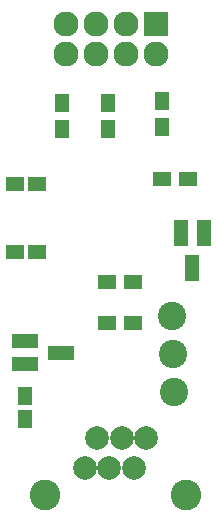
<source format=gbr>
G04 #@! TF.FileFunction,Soldermask,Top*
%FSLAX46Y46*%
G04 Gerber Fmt 4.6, Leading zero omitted, Abs format (unit mm)*
G04 Created by KiCad (PCBNEW 4.0.7) date 12/21/18 01:01:40*
%MOMM*%
%LPD*%
G01*
G04 APERTURE LIST*
%ADD10C,0.100000*%
%ADD11C,2.600000*%
%ADD12C,2.000000*%
%ADD13R,2.127200X2.127200*%
%ADD14O,2.127200X2.127200*%
%ADD15R,1.150000X1.600000*%
%ADD16R,1.600000X1.150000*%
%ADD17R,1.200000X2.300000*%
%ADD18R,1.600000X1.300000*%
%ADD19R,1.300000X1.600000*%
%ADD20R,2.300000X1.200000*%
%ADD21C,2.400000*%
G04 APERTURE END LIST*
D10*
D11*
X104337600Y-154152600D03*
D12*
X112887600Y-149312600D03*
X111867600Y-151852600D03*
X110847600Y-149312600D03*
X109827600Y-151852600D03*
X108807600Y-149312600D03*
X107787600Y-151852600D03*
D11*
X116337600Y-154152600D03*
D13*
X113766600Y-114300000D03*
D14*
X113766600Y-116840000D03*
X111226600Y-114300000D03*
X111226600Y-116840000D03*
X108686600Y-114300000D03*
X108686600Y-116840000D03*
X106146600Y-114300000D03*
X106146600Y-116840000D03*
D15*
X102692200Y-145785800D03*
X102692200Y-147685800D03*
D16*
X103693000Y-133604000D03*
X101793000Y-133604000D03*
X103693000Y-127838200D03*
X101793000Y-127838200D03*
D17*
X117790000Y-131926200D03*
X115890000Y-131926200D03*
X116840000Y-134926200D03*
D18*
X111818600Y-136093200D03*
X109618600Y-136093200D03*
X109593200Y-139547600D03*
X111793200Y-139547600D03*
X114266800Y-127355600D03*
X116466800Y-127355600D03*
D19*
X114249200Y-123020000D03*
X114249200Y-120820000D03*
X109728000Y-123121600D03*
X109728000Y-120921600D03*
X105765600Y-123147000D03*
X105765600Y-120947000D03*
D20*
X102690800Y-141137600D03*
X102690800Y-143037600D03*
X105690800Y-142087600D03*
D21*
X115189000Y-142214600D03*
X115265200Y-145440400D03*
X115112800Y-139014200D03*
M02*

</source>
